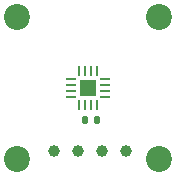
<source format=gbr>
G04 #@! TF.GenerationSoftware,KiCad,Pcbnew,(6.0.0)*
G04 #@! TF.CreationDate,2022-01-16T21:37:01+08:00*
G04 #@! TF.ProjectId,bldc_motor_encoder,626c6463-5f6d-46f7-946f-725f656e636f,rev?*
G04 #@! TF.SameCoordinates,Original*
G04 #@! TF.FileFunction,Soldermask,Bot*
G04 #@! TF.FilePolarity,Negative*
%FSLAX46Y46*%
G04 Gerber Fmt 4.6, Leading zero omitted, Abs format (unit mm)*
G04 Created by KiCad (PCBNEW (6.0.0)) date 2022-01-16 21:37:01*
%MOMM*%
%LPD*%
G01*
G04 APERTURE LIST*
G04 Aperture macros list*
%AMRoundRect*
0 Rectangle with rounded corners*
0 $1 Rounding radius*
0 $2 $3 $4 $5 $6 $7 $8 $9 X,Y pos of 4 corners*
0 Add a 4 corners polygon primitive as box body*
4,1,4,$2,$3,$4,$5,$6,$7,$8,$9,$2,$3,0*
0 Add four circle primitives for the rounded corners*
1,1,$1+$1,$2,$3*
1,1,$1+$1,$4,$5*
1,1,$1+$1,$6,$7*
1,1,$1+$1,$8,$9*
0 Add four rect primitives between the rounded corners*
20,1,$1+$1,$2,$3,$4,$5,0*
20,1,$1+$1,$4,$5,$6,$7,0*
20,1,$1+$1,$6,$7,$8,$9,0*
20,1,$1+$1,$8,$9,$2,$3,0*%
G04 Aperture macros list end*
%ADD10C,1.000000*%
%ADD11RoundRect,0.140000X0.140000X0.170000X-0.140000X0.170000X-0.140000X-0.170000X0.140000X-0.170000X0*%
%ADD12C,2.200000*%
%ADD13R,1.450000X1.450000*%
%ADD14RoundRect,0.062500X-0.062500X-0.375000X0.062500X-0.375000X0.062500X0.375000X-0.062500X0.375000X0*%
%ADD15RoundRect,0.062500X-0.375000X-0.062500X0.375000X-0.062500X0.375000X0.062500X-0.375000X0.062500X0*%
G04 APERTURE END LIST*
D10*
X107133335Y-97300000D03*
X105100002Y-97300000D03*
X109166668Y-97300000D03*
X111200001Y-97300000D03*
D11*
X107780000Y-94710000D03*
X108740000Y-94710000D03*
D12*
X102000000Y-86000000D03*
X102000000Y-98000000D03*
X114000000Y-98000000D03*
X114000000Y-86000000D03*
D13*
X108000000Y-92000000D03*
D14*
X107250000Y-93437500D03*
X107750000Y-93437500D03*
X108250000Y-93437500D03*
X108750000Y-93437500D03*
D15*
X109437500Y-92750000D03*
X109437500Y-92250000D03*
X109437500Y-91750000D03*
X109437500Y-91250000D03*
D14*
X108750000Y-90562500D03*
X108250000Y-90562500D03*
X107750000Y-90562500D03*
X107250000Y-90562500D03*
D15*
X106562500Y-91250000D03*
X106562500Y-91750000D03*
X106562500Y-92250000D03*
X106562500Y-92750000D03*
M02*

</source>
